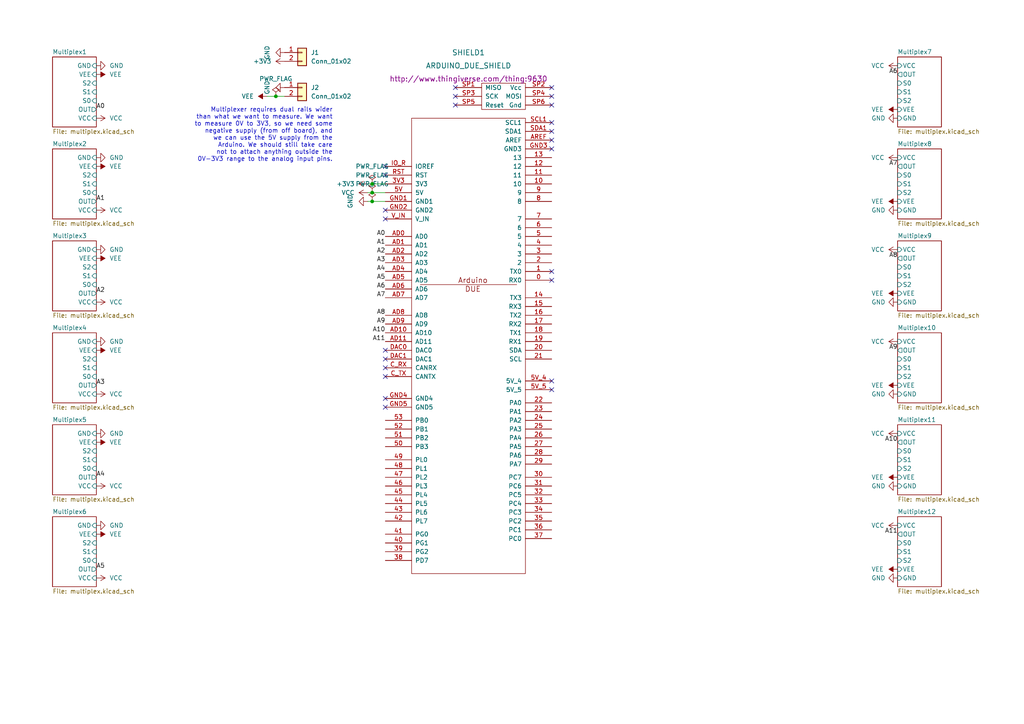
<source format=kicad_sch>
(kicad_sch (version 20211123) (generator eeschema)
  (paper "A4")
  (lib_symbols
    (symbol "Connector_Generic:Conn_01x02" (pin_names (offset 1.016) hide)
      (property "Reference" "J" (at 0 2.54 0))
      (property "Value" "Conn_01x02" (at 0 -5.08 0))
      (symbol "Conn_01x02_1_1"
        (rectangle (start -1.27 -2.413) (end 0 -2.667) (stroke (width 0.1524)))
        (rectangle (start -1.27 0.127) (end 0 -0.127) (stroke (width 0.1524)))
        (rectangle (start -1.27 1.27) (end 1.27 -3.81) (stroke (width 0.254)) (fill (type background)))
        (pin passive line (at -5.08 0 0) (length 3.81) (name "Pin_1") (number "1"))
        (pin passive line (at -5.08 -2.54 0) (length 3.81) (name "Pin_2") (number "2"))
      )
    )
    (symbol "freetronics_schematic:ARDUINO_DUE_SHIELD" (pin_names (offset 1.016))
      (property "Reference" "SHIELD" (at -10.16 67.31 0))
      (property "Value" "ARDUINO_DUE_SHIELD" (at 0 0 0))
      (property "Datasheet" "http://www.thingiverse.com/thing:9630" (at 0 0 0))
      (symbol "ARDUINO_DUE_SHIELD_0_0"
        (text "Arduino" (at 0 19.05 0) (effects (font (size 1.524 1.524))))
        (text "DUE" (at 0 16.51 0) (effects (font (size 1.524 1.524))))
      )
      (symbol "ARDUINO_DUE_SHIELD_0_1"
        (rectangle (start -17.78 -66.04) (end 15.24 66.04))
        (polyline (pts (xy -15.24 17.78) (xy 12.7 17.78) (xy 12.7 17.78)))
        (rectangle (start 2.54 76.2) (end 15.24 68.58))
      )
      (symbol "ARDUINO_DUE_SHIELD_1_1"
        (pin bidirectional line (at 22.86 19.05 180) (length 7.62) (name "RX0") (number "0"))
        (pin bidirectional line (at 22.86 21.59 180) (length 7.62) (name "TX0") (number "1"))
        (pin bidirectional line (at 22.86 46.99 180) (length 7.62) (name "10") (number "10"))
        (pin bidirectional line (at 22.86 49.53 180) (length 7.62) (name "11") (number "11"))
        (pin bidirectional line (at 22.86 52.07 180) (length 7.62) (name "12") (number "12"))
        (pin bidirectional line (at 22.86 54.61 180) (length 7.62) (name "13") (number "13"))
        (pin bidirectional line (at 22.86 13.97 180) (length 7.62) (name "TX3") (number "14"))
        (pin bidirectional line (at 22.86 11.43 180) (length 7.62) (name "RX3") (number "15"))
        (pin bidirectional line (at 22.86 8.89 180) (length 7.62) (name "TX2") (number "16"))
        (pin bidirectional line (at 22.86 6.35 180) (length 7.62) (name "RX2") (number "17"))
        (pin bidirectional line (at 22.86 3.81 180) (length 7.62) (name "TX1") (number "18"))
        (pin bidirectional line (at 22.86 1.27 180) (length 7.62) (name "RX1") (number "19"))
        (pin bidirectional line (at 22.86 24.13 180) (length 7.62) (name "2") (number "2"))
        (pin bidirectional line (at 22.86 -1.27 180) (length 7.62) (name "SDA") (number "20"))
        (pin bidirectional line (at 22.86 -3.81 180) (length 7.62) (name "SCL") (number "21"))
        (pin bidirectional line (at 22.86 -16.51 180) (length 7.62) (name "PA0") (number "22"))
        (pin bidirectional line (at 22.86 -19.05 180) (length 7.62) (name "PA1") (number "23"))
        (pin bidirectional line (at 22.86 -21.59 180) (length 7.62) (name "PA2") (number "24"))
        (pin bidirectional line (at 22.86 -24.13 180) (length 7.62) (name "PA3") (number "25"))
        (pin bidirectional line (at 22.86 -26.67 180) (length 7.62) (name "PA4") (number "26"))
        (pin bidirectional line (at 22.86 -29.21 180) (length 7.62) (name "PA5") (number "27"))
        (pin bidirectional line (at 22.86 -31.75 180) (length 7.62) (name "PA6") (number "28"))
        (pin bidirectional line (at 22.86 -34.29 180) (length 7.62) (name "PA7") (number "29"))
        (pin bidirectional line (at 22.86 26.67 180) (length 7.62) (name "3") (number "3"))
        (pin bidirectional line (at 22.86 -38.1 180) (length 7.62) (name "PC7") (number "30"))
        (pin bidirectional line (at 22.86 -40.64 180) (length 7.62) (name "PC6") (number "31"))
        (pin bidirectional line (at 22.86 -43.18 180) (length 7.62) (name "PC5") (number "32"))
        (pin bidirectional line (at 22.86 -45.72 180) (length 7.62) (name "PC4") (number "33"))
        (pin bidirectional line (at 22.86 -48.26 180) (length 7.62) (name "PC3") (number "34"))
        (pin bidirectional line (at 22.86 -50.8 180) (length 7.62) (name "PC2") (number "35"))
        (pin bidirectional line (at 22.86 -53.34 180) (length 7.62) (name "PC1") (number "36"))
        (pin bidirectional line (at 22.86 -55.88 180) (length 7.62) (name "PC0") (number "37"))
        (pin bidirectional line (at -25.4 -62.23 0) (length 7.62) (name "PD7") (number "38"))
        (pin bidirectional line (at -25.4 -59.69 0) (length 7.62) (name "PG2") (number "39"))
        (pin power_in line (at -25.4 46.99 0) (length 7.62) (name "3V3") (number "3V3"))
        (pin bidirectional line (at 22.86 29.21 180) (length 7.62) (name "4") (number "4"))
        (pin bidirectional line (at -25.4 -57.15 0) (length 7.62) (name "PG1") (number "40"))
        (pin bidirectional line (at -25.4 -54.61 0) (length 7.62) (name "PG0") (number "41"))
        (pin bidirectional line (at -25.4 -50.8 0) (length 7.62) (name "PL7") (number "42"))
        (pin bidirectional line (at -25.4 -48.26 0) (length 7.62) (name "PL6") (number "43"))
        (pin bidirectional line (at -25.4 -45.72 0) (length 7.62) (name "PL5") (number "44"))
        (pin bidirectional line (at -25.4 -43.18 0) (length 7.62) (name "PL4") (number "45"))
        (pin bidirectional line (at -25.4 -40.64 0) (length 7.62) (name "PL3") (number "46"))
        (pin bidirectional line (at -25.4 -38.1 0) (length 7.62) (name "PL2") (number "47"))
        (pin bidirectional line (at -25.4 -35.56 0) (length 7.62) (name "PL1") (number "48"))
        (pin bidirectional line (at -25.4 -33.02 0) (length 7.62) (name "PL0") (number "49"))
        (pin bidirectional line (at 22.86 31.75 180) (length 7.62) (name "5") (number "5"))
        (pin bidirectional line (at -25.4 -29.21 0) (length 7.62) (name "PB3") (number "50"))
        (pin bidirectional line (at -25.4 -26.67 0) (length 7.62) (name "PB2") (number "51"))
        (pin bidirectional line (at -25.4 -24.13 0) (length 7.62) (name "PB1") (number "52"))
        (pin bidirectional line (at -25.4 -21.59 0) (length 7.62) (name "PB0") (number "53"))
        (pin power_in line (at -25.4 44.45 0) (length 7.62) (name "5V") (number "5V"))
        (pin power_in line (at 22.86 -10.16 180) (length 7.62) (name "5V_4") (number "5V_4"))
        (pin power_in line (at 22.86 -12.7 180) (length 7.62) (name "5V_5") (number "5V_5"))
        (pin bidirectional line (at 22.86 34.29 180) (length 7.62) (name "6") (number "6"))
        (pin bidirectional line (at 22.86 36.83 180) (length 7.62) (name "7") (number "7"))
        (pin bidirectional line (at 22.86 41.91 180) (length 7.62) (name "8") (number "8"))
        (pin bidirectional line (at 22.86 44.45 180) (length 7.62) (name "9") (number "9"))
        (pin bidirectional line (at -25.4 31.75 0) (length 7.62) (name "AD0") (number "AD0"))
        (pin bidirectional line (at -25.4 29.21 0) (length 7.62) (name "AD1") (number "AD1"))
        (pin bidirectional line (at -25.4 3.81 0) (length 7.62) (name "AD10") (number "AD10"))
        (pin bidirectional line (at -25.4 1.27 0) (length 7.62) (name "AD11") (number "AD11"))
        (pin bidirectional line (at -25.4 26.67 0) (length 7.62) (name "AD2") (number "AD2"))
        (pin bidirectional line (at -25.4 24.13 0) (length 7.62) (name "AD3") (number "AD3"))
        (pin bidirectional line (at -25.4 21.59 0) (length 7.62) (name "AD4") (number "AD4"))
        (pin bidirectional line (at -25.4 19.05 0) (length 7.62) (name "AD5") (number "AD5"))
        (pin bidirectional line (at -25.4 16.51 0) (length 7.62) (name "AD6") (number "AD6"))
        (pin bidirectional line (at -25.4 13.97 0) (length 7.62) (name "AD7") (number "AD7"))
        (pin bidirectional line (at -25.4 8.89 0) (length 7.62) (name "AD8") (number "AD8"))
        (pin bidirectional line (at -25.4 6.35 0) (length 7.62) (name "AD9") (number "AD9"))
        (pin bidirectional line (at 22.86 59.69 180) (length 7.62) (name "AREF") (number "AREF"))
        (pin bidirectional line (at -25.4 -6.35 0) (length 7.62) (name "CANRX") (number "C_RX"))
        (pin bidirectional line (at -25.4 -8.89 0) (length 7.62) (name "CANTX") (number "C_TX"))
        (pin bidirectional line (at -25.4 -1.27 0) (length 7.62) (name "DAC0") (number "DAC0"))
        (pin bidirectional line (at -25.4 -3.81 0) (length 7.62) (name "DAC1") (number "DAC1"))
        (pin power_in line (at -25.4 41.91 0) (length 7.62) (name "GND1") (number "GND1"))
        (pin power_in line (at -25.4 39.37 0) (length 7.62) (name "GND2") (number "GND2"))
        (pin power_in line (at 22.86 57.15 180) (length 7.62) (name "GND3") (number "GND3"))
        (pin power_in line (at -25.4 -15.24 0) (length 7.62) (name "GND4") (number "GND4"))
        (pin power_in line (at -25.4 -17.78 0) (length 7.62) (name "GND5") (number "GND5"))
        (pin input line (at -25.4 52.07 0) (length 7.62) (name "IOREF") (number "IO_R"))
        (pin input line (at -25.4 49.53 0) (length 7.62) (name "RST") (number "RST"))
        (pin bidirectional line (at 22.86 64.77 180) (length 7.62) (name "SCL1") (number "SCL1"))
        (pin bidirectional line (at 22.86 62.23 180) (length 7.62) (name "SDA1") (number "SDA1"))
        (pin bidirectional line (at -5.08 74.93 0) (length 7.62) (name "MISO") (number "SP1"))
        (pin power_in line (at 22.86 74.93 180) (length 7.62) (name "Vcc") (number "SP2"))
        (pin bidirectional line (at -5.08 72.39 0) (length 7.62) (name "SCK") (number "SP3"))
        (pin bidirectional line (at 22.86 72.39 180) (length 7.62) (name "MOSI") (number "SP4"))
        (pin bidirectional line (at -5.08 69.85 0) (length 7.62) (name "Reset") (number "SP5"))
        (pin power_in line (at 22.86 69.85 180) (length 7.62) (name "Gnd") (number "SP6"))
        (pin power_in line (at -25.4 36.83 0) (length 7.62) (name "V_IN") (number "V_IN"))
      )
    )
    (symbol "power:+3V3" (power) (pin_names (offset 0))
      (property "Value" "+3V3" (at 0 3.556 0))
      (symbol "+3V3_0_1"
        (polyline (pts (xy -0.762 1.27) (xy 0 2.54)))
        (polyline (pts (xy 0 0) (xy 0 2.54)))
        (polyline (pts (xy 0 2.54) (xy 0.762 1.27)))
      )
      (symbol "+3V3_1_1"
        (pin power_in line (at 0 0 90) (length 0) hide (name "+3V3") (number "1"))
      )
    )
    (symbol "power:GND" (power) (pin_names (offset 0))
      (property "Value" "GND" (at 0 -3.81 0))
      (symbol "GND_0_1"
        (polyline (pts (xy 0 0) (xy 0 -1.27) (xy 1.27 -1.27) (xy 0 -2.54) (xy -1.27 -1.27) (xy 0 -1.27)))
      )
      (symbol "GND_1_1"
        (pin power_in line (at 0 0 270) (length 0) hide (name "GND") (number "1"))
      )
    )
    (symbol "power:PWR_FLAG" (power) (pin_numbers hide) (pin_names (offset 0) hide)
      (property "Value" "PWR_FLAG" (at 0 3.81 0))
      (symbol "PWR_FLAG_0_0"
        (pin power_out line (at 0 0 90) (length 0) (name "pwr") (number "1"))
      )
      (symbol "PWR_FLAG_0_1"
        (polyline (pts (xy 0 0) (xy 0 1.27) (xy -1.016 1.905) (xy 0 2.54) (xy 1.016 1.905) (xy 0 1.27)))
      )
    )
    (symbol "power:VCC" (power) (pin_names (offset 0))
      (property "Value" "VCC" (at 0 3.81 0))
      (symbol "VCC_0_1"
        (polyline (pts (xy -0.762 1.27) (xy 0 2.54)))
        (polyline (pts (xy 0 0) (xy 0 2.54)))
        (polyline (pts (xy 0 2.54) (xy 0.762 1.27)))
      )
      (symbol "VCC_1_1"
        (pin power_in line (at 0 0 90) (length 0) hide (name "VCC") (number "1"))
      )
    )
    (symbol "power:VEE" (power) (pin_names (offset 0))
      (property "Value" "VEE" (at 0 3.81 0))
      (symbol "VEE_0_1"
        (polyline (pts (xy 0 0) (xy 0 2.54)))
        (polyline (pts (xy 0.762 1.27) (xy -0.762 1.27) (xy 0 2.54) (xy 0.762 1.27)) (fill (type outline)))
      )
      (symbol "VEE_1_1"
        (pin power_in line (at 0 0 90) (length 0) hide (name "VEE") (number "1"))
      )
    )
  )
  (junction (at 107.95 53.34))
  (junction (at 80.01 27.94))
  (junction (at 107.95 55.88))
  (junction (at 107.95 58.42))
  (no_connect (at 111.76 109.22))
  (no_connect (at 111.76 106.68))
  (no_connect (at 111.76 104.14))
  (no_connect (at 111.76 101.6))
  (no_connect (at 111.76 118.11))
  (no_connect (at 111.76 115.57))
  (no_connect (at 132.08 25.4))
  (no_connect (at 132.08 27.94))
  (no_connect (at 132.08 30.48))
  (no_connect (at 111.76 50.8))
  (no_connect (at 111.76 48.26))
  (no_connect (at 111.76 63.5))
  (no_connect (at 111.76 60.96))
  (no_connect (at 160.02 30.48))
  (no_connect (at 160.02 27.94))
  (no_connect (at 160.02 25.4))
  (no_connect (at 160.02 35.56))
  (no_connect (at 160.02 38.1))
  (no_connect (at 160.02 43.18))
  (no_connect (at 160.02 40.64))
  (no_connect (at 160.02 81.28))
  (no_connect (at 160.02 78.74))
  (no_connect (at 160.02 110.49))
  (no_connect (at 160.02 113.03))
  (wire (pts (xy 106.68 58.42) (xy 107.95 58.42)))
  (wire (pts (xy 107.95 58.42) (xy 111.76 58.42)))
  (wire (pts (xy 77.47 27.94) (xy 80.01 27.94)))
  (wire (pts (xy 107.95 55.88) (xy 111.76 55.88)))
  (wire (pts (xy 106.68 55.88) (xy 107.95 55.88)))
  (wire (pts (xy 80.01 27.94) (xy 82.55 27.94)))
  (wire (pts (xy 107.95 53.34) (xy 111.76 53.34)))
  (wire (pts (xy 106.68 53.34) (xy 107.95 53.34)))
  (text "Multiplexer requires dual rails wider\nthan what we want to measure. We want\nto measure 0V to 3V3, so we need some\nnegative supply (from off board), and\nwe can use the 5V supply from the\nArduino. We should still take care\nnot to attach anything outside the\n0V-3V3 range to the analog input pins." (at 96.52 46.99 0) (effects (font (size 1.27 1.27)) (justify right bottom)))
  (label "A5" (at 111.76 81.28 180))
  (label "A3" (at 111.76 76.2 180))
  (label "A10" (at 260.35 128.27 180))
  (label "A0" (at 111.76 68.58 180))
  (label "A9" (at 260.35 101.6 180))
  (label "A6" (at 260.35 21.59 180))
  (label "A11" (at 111.76 99.06 180))
  (label "A5" (at 27.94 165.1 0))
  (label "A4" (at 111.76 78.74 180))
  (label "A7" (at 111.76 86.36 180))
  (label "A7" (at 260.35 48.26 180))
  (label "A0" (at 27.94 31.75 0))
  (label "A10" (at 111.76 96.52 180))
  (label "A8" (at 111.76 91.44 180))
  (label "A2" (at 27.94 85.09 0))
  (label "A1" (at 27.94 58.42 0))
  (label "A2" (at 111.76 73.66 180))
  (label "A8" (at 260.35 74.93 180))
  (label "A11" (at 260.35 154.94 180))
  (label "A9" (at 111.76 93.98 180))
  (label "A6" (at 111.76 83.82 180))
  (label "A4" (at 27.94 138.43 0))
  (label "A3" (at 27.94 111.76 0))
  (label "A1" (at 111.76 71.12 180))
  (symbol (lib_id "power:VCC") (at 27.94 114.3 270) (unit 1)
    (property "Reference" "#PWR012" (effects hide))
    (property "Value" "VCC" (at 31.75 114.3001 90) (effects (justify left)))
  )
  (symbol (lib_id "power:VEE") (at 260.35 165.1 90) (unit 1)
    (property "Reference" "#PWR041" (effects hide))
    (property "Value" "VEE" (at 252.73 165.1 90) (effects (justify right)))
  )
  (symbol (lib_id "power:VCC") (at 260.35 72.39 90) (unit 1)
    (property "Reference" "#PWR031" (effects hide))
    (property "Value" "VCC" (at 256.54 72.3899 90) (effects (justify left)))
  )
  (symbol (lib_id "power:VEE") (at 260.35 111.76 90) (unit 1)
    (property "Reference" "#PWR035" (effects hide))
    (property "Value" "VEE" (at 252.73 111.76 90) (effects (justify right)))
  )
  (symbol (lib_id "power:VCC") (at 260.35 19.05 90) (unit 1)
    (property "Reference" "#PWR025" (effects hide))
    (property "Value" "VCC" (at 256.54 19.0499 90) (effects (justify left)))
  )
  (symbol (lib_id "power:+3V3") (at 106.68 53.34 90) (unit 1)
    (property "Reference" "#PWR022" (effects hide))
    (property "Value" "+3V3" (at 102.87 53.3399 90) (effects (justify left)))
  )
  (symbol (lib_id "power:PWR_FLAG") (at 80.01 27.94 0) (unit 1)
    (property "Reference" "#FLG0101" (effects hide))
    (property "Value" "PWR_FLAG" (at 80.01 22.86 0))
  )
  (symbol (lib_id "power:VEE") (at 27.94 48.26 270) (unit 1)
    (property "Reference" "#PWR05" (effects hide))
    (property "Value" "VEE" (at 31.75 48.2599 90) (effects (justify left)))
  )
  (symbol (lib_id "power:VCC") (at 27.94 167.64 270) (unit 1)
    (property "Reference" "#PWR018" (effects hide))
    (property "Value" "VCC" (at 31.75 167.6401 90) (effects (justify left)))
  )
  (symbol (lib_id "power:VCC") (at 260.35 45.72 90) (unit 1)
    (property "Reference" "#PWR028" (effects hide))
    (property "Value" "VCC" (at 256.54 45.7199 90) (effects (justify left)))
  )
  (symbol (lib_id "power:GND") (at 260.35 167.64 270) (unit 1)
    (property "Reference" "#PWR042" (effects hide))
    (property "Value" "GND" (at 252.73 167.64 90) (effects (justify left)))
  )
  (symbol (lib_id "power:GND") (at 260.35 114.3 270) (unit 1)
    (property "Reference" "#PWR036" (effects hide))
    (property "Value" "GND" (at 252.73 114.3 90) (effects (justify left)))
  )
  (symbol (lib_id "power:+3V3") (at 82.55 17.78 90) (unit 1)
    (property "Reference" "#PWR020" (effects hide))
    (property "Value" "+3V3" (at 78.74 17.7799 90) (effects (justify left)))
  )
  (symbol (lib_id "power:VEE") (at 27.94 128.27 270) (unit 1)
    (property "Reference" "#PWR014" (effects hide))
    (property "Value" "VEE" (at 31.75 128.2699 90) (effects (justify left)))
  )
  (symbol (lib_id "power:PWR_FLAG") (at 107.95 53.34 0) (unit 1)
    (property "Reference" "#FLG0102" (effects hide))
    (property "Value" "PWR_FLAG" (at 107.95 48.26 0))
  )
  (symbol (lib_id "power:GND") (at 27.94 19.05 90) (unit 1)
    (property "Reference" "#PWR01" (effects hide))
    (property "Value" "GND" (at 31.75 19.0499 90) (effects (justify right)))
  )
  (symbol (lib_id "power:GND") (at 27.94 45.72 90) (unit 1)
    (property "Reference" "#PWR04" (effects hide))
    (property "Value" "GND" (at 31.75 45.7199 90) (effects (justify right)))
  )
  (symbol (lib_id "power:GND") (at 106.68 58.42 270) (unit 1)
    (property "Reference" "#PWR024" (effects hide))
    (property "Value" "GND" (at 101.6 58.42 0))
  )
  (symbol (lib_id "power:VEE") (at 27.94 101.6 270) (unit 1)
    (property "Reference" "#PWR011" (effects hide))
    (property "Value" "VEE" (at 31.75 101.5999 90) (effects (justify left)))
  )
  (symbol (lib_id "power:VEE") (at 27.94 21.59 270) (unit 1)
    (property "Reference" "#PWR02" (effects hide))
    (property "Value" "VEE" (at 31.75 21.5899 90) (effects (justify left)))
  )
  (symbol (lib_id "power:VCC") (at 27.94 140.97 270) (unit 1)
    (property "Reference" "#PWR015" (effects hide))
    (property "Value" "VCC" (at 31.75 140.9701 90) (effects (justify left)))
  )
  (symbol (lib_id "power:VEE") (at 260.35 85.09 90) (unit 1)
    (property "Reference" "#PWR032" (effects hide))
    (property "Value" "VEE" (at 252.73 85.09 90) (effects (justify right)))
  )
  (symbol (lib_id "power:GND") (at 260.35 140.97 270) (unit 1)
    (property "Reference" "#PWR039" (effects hide))
    (property "Value" "GND" (at 252.73 140.97 90) (effects (justify left)))
  )
  (symbol (lib_id "power:PWR_FLAG") (at 107.95 58.42 0) (unit 1)
    (property "Reference" "#FLG0104" (effects hide))
    (property "Value" "PWR_FLAG" (at 107.95 53.34 0))
  )
  (symbol (lib_id "power:VCC") (at 260.35 152.4 90) (unit 1)
    (property "Reference" "#PWR040" (effects hide))
    (property "Value" "VCC" (at 256.54 152.3999 90) (effects (justify left)))
  )
  (symbol (lib_id "Connector_Generic:Conn_01x02") (at 87.63 15.24 0) (unit 1)
    (property "Reference" "J1" (at 90.17 15.2399 0) (effects (justify left)))
    (property "Value" "Conn_01x02" (at 90.17 17.7799 0) (effects (justify left)))
    (property "Footprint" "Connector_PinHeader_2.54mm:PinHeader_1x02_P2.54mm_Vertical" (effects hide))
  )
  (symbol (lib_id "power:VEE") (at 260.35 31.75 90) (unit 1)
    (property "Reference" "#PWR026" (effects hide))
    (property "Value" "VEE" (at 252.73 31.75 90) (effects (justify right)))
  )
  (symbol (lib_id "power:GND") (at 27.94 72.39 90) (unit 1)
    (property "Reference" "#PWR07" (effects hide))
    (property "Value" "GND" (at 31.75 72.3899 90) (effects (justify right)))
  )
  (symbol (lib_id "power:VEE") (at 27.94 154.94 270) (unit 1)
    (property "Reference" "#PWR017" (effects hide))
    (property "Value" "VEE" (at 31.75 154.9399 90) (effects (justify left)))
  )
  (symbol (lib_id "power:GND") (at 82.55 25.4 270) (unit 1)
    (property "Reference" "#PWR0101" (effects hide))
    (property "Value" "GND" (at 77.47 25.4 0))
  )
  (symbol (lib_id "power:VCC") (at 27.94 60.96 270) (unit 1)
    (property "Reference" "#PWR06" (effects hide))
    (property "Value" "VCC" (at 31.75 60.9601 90) (effects (justify left)))
  )
  (symbol (lib_id "power:GND") (at 260.35 60.96 270) (unit 1)
    (property "Reference" "#PWR030" (effects hide))
    (property "Value" "GND" (at 252.73 60.96 90) (effects (justify left)))
  )
  (symbol (lib_id "power:GND") (at 27.94 152.4 90) (unit 1)
    (property "Reference" "#PWR016" (effects hide))
    (property "Value" "GND" (at 31.75 152.3999 90) (effects (justify right)))
  )
  (symbol (lib_id "power:PWR_FLAG") (at 107.95 55.88 0) (unit 1)
    (property "Reference" "#FLG0103" (effects hide))
    (property "Value" "PWR_FLAG" (at 107.95 50.8 0))
  )
  (symbol (lib_id "freetronics_schematic:ARDUINO_DUE_SHIELD") (at 137.16 100.33 0) (unit 1)
    (property "Reference" "SHIELD1" (at 135.89 15.24 0) (effects (font (size 1.524 1.524))))
    (property "Value" "ARDUINO_DUE_SHIELD" (at 135.89 19.05 0) (effects (font (size 1.524 1.524))))
    (property "Footprint" "freetronics_footprints:ARDUINO_DUE_SHIELD" (effects hide))
    (property "Datasheet" "http://www.thingiverse.com/thing:9630" (at 135.89 22.86 0) (effects (font (size 1.524 1.524))))
  )
  (symbol (lib_id "power:GND") (at 260.35 87.63 270) (unit 1)
    (property "Reference" "#PWR033" (effects hide))
    (property "Value" "GND" (at 252.73 87.63 90) (effects (justify left)))
  )
  (symbol (lib_id "power:GND") (at 27.94 125.73 90) (unit 1)
    (property "Reference" "#PWR013" (effects hide))
    (property "Value" "GND" (at 31.75 125.7299 90) (effects (justify right)))
  )
  (symbol (lib_id "power:VCC") (at 106.68 55.88 90) (unit 1)
    (property "Reference" "#PWR023" (effects hide))
    (property "Value" "VCC" (at 102.87 55.8799 90) (effects (justify left)))
  )
  (symbol (lib_id "power:GND") (at 82.55 15.24 270) (unit 1)
    (property "Reference" "#PWR019" (effects hide))
    (property "Value" "GND" (at 77.47 15.24 0))
  )
  (symbol (lib_id "power:VEE") (at 77.47 27.94 90) (unit 1)
    (property "Reference" "#PWR021" (effects hide))
    (property "Value" "VEE" (at 73.66 27.9399 90) (effects (justify left)))
  )
  (symbol (lib_id "power:VEE") (at 260.35 138.43 90) (unit 1)
    (property "Reference" "#PWR038" (effects hide))
    (property "Value" "VEE" (at 252.73 138.43 90) (effects (justify right)))
  )
  (symbol (lib_id "power:GND") (at 260.35 34.29 270) (unit 1)
    (property "Reference" "#PWR027" (effects hide))
    (property "Value" "GND" (at 252.73 34.29 90) (effects (justify left)))
  )
  (symbol (lib_id "power:VEE") (at 260.35 58.42 90) (unit 1)
    (property "Reference" "#PWR029" (effects hide))
    (property "Value" "VEE" (at 252.73 58.42 90) (effects (justify right)))
  )
  (symbol (lib_id "power:VEE") (at 27.94 74.93 270) (unit 1)
    (property "Reference" "#PWR08" (effects hide))
    (property "Value" "VEE" (at 31.75 74.9299 90) (effects (justify left)))
  )
  (symbol (lib_id "Connector_Generic:Conn_01x02") (at 87.63 25.4 0) (unit 1)
    (property "Reference" "J2" (at 90.17 25.3999 0) (effects (justify left)))
    (property "Value" "Conn_01x02" (at 90.17 27.9399 0) (effects (justify left)))
    (property "Footprint" "Connector_PinHeader_2.54mm:PinHeader_1x02_P2.54mm_Vertical" (effects hide))
  )
  (symbol (lib_id "power:VCC") (at 27.94 34.29 270) (unit 1)
    (property "Reference" "#PWR03" (effects hide))
    (property "Value" "VCC" (at 31.75 34.2901 90) (effects (justify left)))
  )
  (symbol (lib_id "power:VCC") (at 260.35 99.06 90) (unit 1)
    (property "Reference" "#PWR034" (effects hide))
    (property "Value" "VCC" (at 256.54 99.0599 90) (effects (justify left)))
  )
  (symbol (lib_id "power:VCC") (at 260.35 125.73 90) (unit 1)
    (property "Reference" "#PWR037" (effects hide))
    (property "Value" "VCC" (at 256.54 125.7299 90) (effects (justify left)))
  )
  (symbol (lib_id "power:GND") (at 27.94 99.06 90) (unit 1)
    (property "Reference" "#PWR010" (effects hide))
    (property "Value" "GND" (at 31.75 99.0599 90) (effects (justify right)))
  )
  (symbol (lib_id "power:VCC") (at 27.94 87.63 270) (unit 1)
    (property "Reference" "#PWR09" (effects hide))
    (property "Value" "VCC" (at 31.75 87.6301 90) (effects (justify left)))
  )
  (sheet (at 15.24 123.19) (size 12.7 20.32) (stroke (width 0.1524))
    (property "Sheet name" "Multiplex5" (at 15.24 122.4784 0) (effects (justify left bottom)))
    (property "Sheet file" "multiplex.kicad_sch" (at 15.24 144.0946 0) (effects (justify left top)))
    (pin "VCC" input (at 27.94 140.97 0))
    (pin "OUT" output (at 27.94 138.43 0))
    (pin "S0" input (at 27.94 135.89 0))
    (pin "S1" input (at 27.94 133.35 0))
    (pin "S2" input (at 27.94 130.81 0))
    (pin "VEE" input (at 27.94 128.27 0))
    (pin "GND" input (at 27.94 125.73 0))
  )
  (sheet (at 15.24 16.51) (size 12.7 20.32) (stroke (width 0.1524))
    (property "Sheet name" "Multiplex1" (at 15.24 15.7984 0) (effects (justify left bottom)))
    (property "Sheet file" "multiplex.kicad_sch" (at 15.24 37.4146 0) (effects (justify left top)))
    (pin "VCC" input (at 27.94 34.29 0))
    (pin "OUT" output (at 27.94 31.75 0))
    (pin "S0" input (at 27.94 29.21 0))
    (pin "S1" input (at 27.94 26.67 0))
    (pin "S2" input (at 27.94 24.13 0))
    (pin "VEE" input (at 27.94 21.59 0))
    (pin "GND" input (at 27.94 19.05 0))
  )
  (sheet (at 260.35 149.86) (size 12.7 20.32) (stroke (width 0.1524))
    (property "Sheet name" "Multiplex12" (at 260.35 149.1484 0) (effects (justify left bottom)))
    (property "Sheet file" "multiplex.kicad_sch" (at 260.35 170.7646 0) (effects (justify left top)))
    (pin "VCC" input (at 260.35 152.4 180))
    (pin "OUT" output (at 260.35 154.94 180))
    (pin "S0" input (at 260.35 157.48 180))
    (pin "S1" input (at 260.35 160.02 180))
    (pin "S2" input (at 260.35 162.56 180))
    (pin "VEE" input (at 260.35 165.1 180))
    (pin "GND" input (at 260.35 167.64 180))
  )
  (sheet (at 15.24 96.52) (size 12.7 20.32) (stroke (width 0.1524))
    (property "Sheet name" "Multiplex4" (at 15.24 95.8084 0) (effects (justify left bottom)))
    (property "Sheet file" "multiplex.kicad_sch" (at 15.24 117.4246 0) (effects (justify left top)))
    (pin "VCC" input (at 27.94 114.3 0))
    (pin "OUT" output (at 27.94 111.76 0))
    (pin "S0" input (at 27.94 109.22 0))
    (pin "S1" input (at 27.94 106.68 0))
    (pin "S2" input (at 27.94 104.14 0))
    (pin "VEE" input (at 27.94 101.6 0))
    (pin "GND" input (at 27.94 99.06 0))
  )
  (sheet (at 15.24 69.85) (size 12.7 20.32) (stroke (width 0.1524))
    (property "Sheet name" "Multiplex3" (at 15.24 69.1384 0) (effects (justify left bottom)))
    (property "Sheet file" "multiplex.kicad_sch" (at 15.24 90.7546 0) (effects (justify left top)))
    (pin "VCC" input (at 27.94 87.63 0))
    (pin "OUT" output (at 27.94 85.09 0))
    (pin "S0" input (at 27.94 82.55 0))
    (pin "S1" input (at 27.94 80.01 0))
    (pin "S2" input (at 27.94 77.47 0))
    (pin "VEE" input (at 27.94 74.93 0))
    (pin "GND" input (at 27.94 72.39 0))
  )
  (sheet (at 15.24 149.86) (size 12.7 20.32) (stroke (width 0.1524))
    (property "Sheet name" "Multiplex6" (at 15.24 149.1484 0) (effects (justify left bottom)))
    (property "Sheet file" "multiplex.kicad_sch" (at 15.24 170.7646 0) (effects (justify left top)))
    (pin "VCC" input (at 27.94 167.64 0))
    (pin "OUT" output (at 27.94 165.1 0))
    (pin "S0" input (at 27.94 162.56 0))
    (pin "S1" input (at 27.94 160.02 0))
    (pin "S2" input (at 27.94 157.48 0))
    (pin "VEE" input (at 27.94 154.94 0))
    (pin "GND" input (at 27.94 152.4 0))
  )
  (sheet (at 15.24 43.18) (size 12.7 20.32) (stroke (width 0.1524))
    (property "Sheet name" "Multiplex2" (at 15.24 42.4684 0) (effects (justify left bottom)))
    (property "Sheet file" "multiplex.kicad_sch" (at 15.24 64.0846 0) (effects (justify left top)))
    (pin "VCC" input (at 27.94 60.96 0))
    (pin "OUT" output (at 27.94 58.42 0))
    (pin "S0" input (at 27.94 55.88 0))
    (pin "S1" input (at 27.94 53.34 0))
    (pin "S2" input (at 27.94 50.8 0))
    (pin "VEE" input (at 27.94 48.26 0))
    (pin "GND" input (at 27.94 45.72 0))
  )
  (sheet (at 260.35 96.52) (size 12.7 20.32) (stroke (width 0.1524))
    (property "Sheet name" "Multiplex10" (at 260.35 95.8084 0) (effects (justify left bottom)))
    (property "Sheet file" "multiplex.kicad_sch" (at 260.35 117.4246 0) (effects (justify left top)))
    (pin "VCC" input (at 260.35 99.06 180))
    (pin "OUT" output (at 260.35 101.6 180))
    (pin "S0" input (at 260.35 104.14 180))
    (pin "S1" input (at 260.35 106.68 180))
    (pin "S2" input (at 260.35 109.22 180))
    (pin "VEE" input (at 260.35 111.76 180))
    (pin "GND" input (at 260.35 114.3 180))
  )
  (sheet (at 260.35 123.19) (size 12.7 20.32) (stroke (width 0.1524))
    (property "Sheet name" "Multiplex11" (at 260.35 122.4784 0) (effects (justify left bottom)))
    (property "Sheet file" "multiplex.kicad_sch" (at 260.35 144.0946 0) (effects (justify left top)))
    (pin "VCC" input (at 260.35 125.73 180))
    (pin "OUT" output (at 260.35 128.27 180))
    (pin "S0" input (at 260.35 130.81 180))
    (pin "S1" input (at 260.35 133.35 180))
    (pin "S2" input (at 260.35 135.89 180))
    (pin "VEE" input (at 260.35 138.43 180))
    (pin "GND" input (at 260.35 140.97 180))
  )
  (sheet (at 260.35 43.18) (size 12.7 20.32) (stroke (width 0.1524))
    (property "Sheet name" "Multiplex8" (at 260.35 42.4684 0) (effects (justify left bottom)))
    (property "Sheet file" "multiplex.kicad_sch" (at 260.35 64.0846 0) (effects (justify left top)))
    (pin "VCC" input (at 260.35 45.72 180))
    (pin "OUT" output (at 260.35 48.26 180))
    (pin "S0" input (at 260.35 50.8 180))
    (pin "S1" input (at 260.35 53.34 180))
    (pin "S2" input (at 260.35 55.88 180))
    (pin "VEE" input (at 260.35 58.42 180))
    (pin "GND" input (at 260.35 60.96 180))
  )
  (sheet (at 260.35 16.51) (size 12.7 20.32) (stroke (width 0.1524))
    (property "Sheet name" "Multiplex7" (at 260.35 15.7984 0) (effects (justify left bottom)))
    (property "Sheet file" "multiplex.kicad_sch" (at 260.35 37.4146 0) (effects (justify left top)))
    (pin "VCC" input (at 260.35 19.05 180))
    (pin "OUT" output (at 260.35 21.59 180))
    (pin "S0" input (at 260.35 24.13 180))
    (pin "S1" input (at 260.35 26.67 180))
    (pin "S2" input (at 260.35 29.21 180))
    (pin "VEE" input (at 260.35 31.75 180))
    (pin "GND" input (at 260.35 34.29 180))
  )
  (sheet (at 260.35 69.85) (size 12.7 20.32) (stroke (width 0.1524))
    (property "Sheet name" "Multiplex9" (at 260.35 69.1384 0) (effects (justify left bottom)))
    (property "Sheet file" "multiplex.kicad_sch" (at 260.35 90.7546 0) (effects (justify left top)))
    (pin "VCC" input (at 260.35 72.39 180))
    (pin "OUT" output (at 260.35 74.93 180))
    (pin "S0" input (at 260.35 77.47 180))
    (pin "S1" input (at 260.35 80.01 180))
    (pin "S2" input (at 260.35 82.55 180))
    (pin "VEE" input (at 260.35 85.09 180))
    (pin "GND" input (at 260.35 87.63 180))
  )
)
</source>
